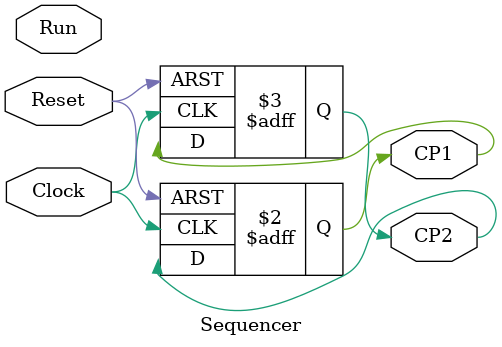
<source format=v>
module Sequencer(
	input Clock,
	input Reset,     
	input Run,
	output reg CP1,
	output reg CP2
);

	always @(posedge Clock or posedge Reset) 
	begin 
		 if (Reset) 
		 begin 
			 CP1 <= 0;
			 CP2 <= 1;
			 end
		else
		begin
			CP1 <= CP2; 
			CP2 <= CP1;
		end
	end

endmodule 
</source>
